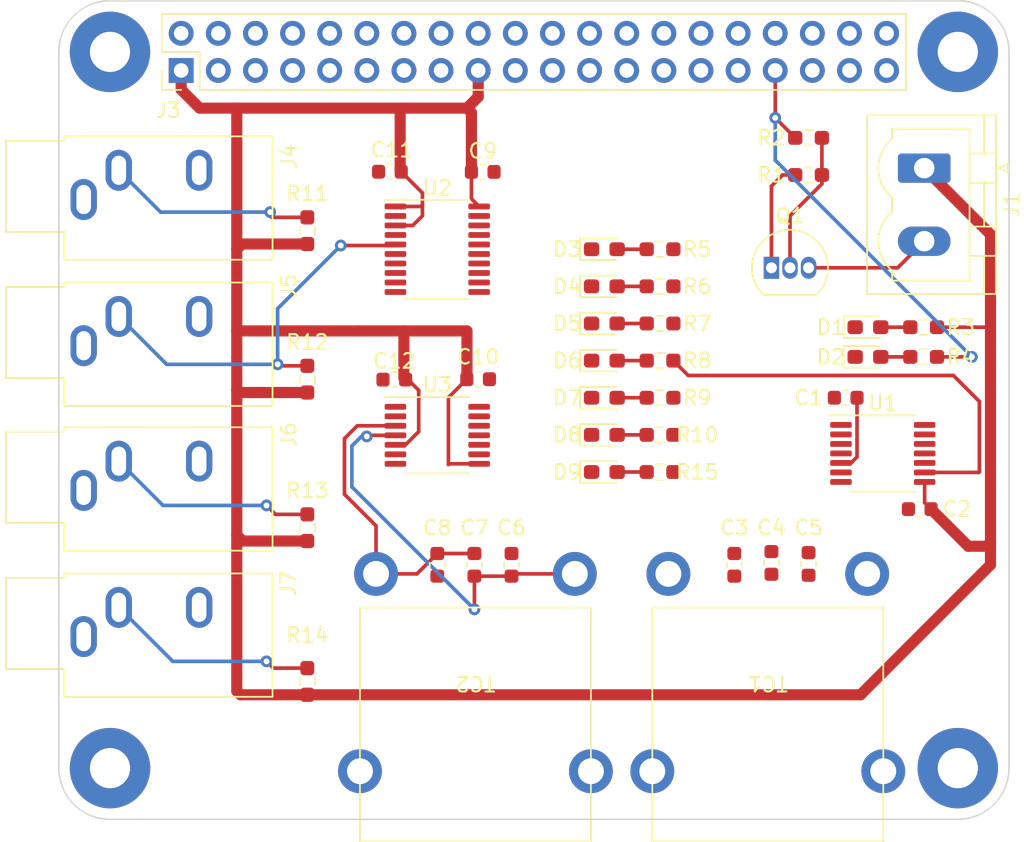
<source format=kicad_pcb>
(kicad_pcb (version 20211014) (generator pcbnew)
  (layers (0 "F.Cu" signal) (31 "B.Cu" signal) (34 "B.Paste" user) (35 "F.Paste" user) (36 "B.SilkS" user "B.Silkscreen") (37 "F.SilkS" user "F.Silkscreen") (38 "B.Mask" user) (39 "F.Mask" user) (44 "Edge.Cuts" user))
  (net 0 "")
  (net 1 "+3V3")
  (net 2 "GNDREF")
  (net 3 "Net-(C3-Pad2)")
  (net 4 "Net-(C4-Pad2)")
  (net 5 "Net-(C6-Pad2)")
  (net 6 "Net-(C7-Pad2)")
  (net 7 "Net-(J1-Pad2)")
  (net 8 "+5V")
  (net 15 "Net-(J3-Pad12)")
  (net 20 "Net-(J3-Pad19)")
  (net 21 "Net-(J3-Pad21)")
  (net 23 "Net-(J3-Pad23)")
  (net 24 "Net-(J3-Pad24)")
  (net 25 "Net-(J3-Pad26)")
  (net 31 "Net-(J3-Pad35)")
  (net 34 "Net-(J3-Pad38)")
  (net 35 "Net-(J3-Pad40)")
  (net 36 "Net-(J4-PadT)")
  (net 37 "Net-(J5-PadT)")
  (net 38 "Net-(J6-PadT)")
  (net 39 "Net-(J7-PadT)")
  (net 40 "Net-(Q1-Pad2)")
  (net 49 "Net-(C9-Pad2)")
  (net 50 "Net-(R3-Pad2)")
  (net 51 "Net-(R4-Pad2)")
  (net 52 "Net-(D3-Pad2)")
  (net 53 "Net-(D4-Pad2)")
  (net 54 "Net-(D5-Pad2)")
  (net 55 "Net-(D6-Pad2)")
  (net 56 "Net-(D7-Pad2)")
  (net 57 "Net-(D8-Pad2)")
  (net 58 "Net-(D9-Pad2)")
  (net 59 "Net-(J3-Pad33)")
  (footprint "LED_SMD:LED_0603_1608Metric_Pad1.05x0.95mm_HandSolder" (layer "F.Cu") (at 101.854 68.834)
    (fp_text reference "D1" (at -2.54 0) (layer "F.SilkS"))
    (fp_text value "LED" hide)
    (pad "1" smd roundrect (at -0.875 0) (size 1.05 0.95) (layers "F.Cu" "F.Paste" "F.Mask") (net 2 "GNDREF"))
    (pad "2" smd roundrect (at 0.875 0) (size 1.05 0.95) (layers "F.Cu" "F.Paste" "F.Mask") (net 50 "Net-(R3-Pad2)"))
  )
  (footprint "Capacitor_SMD:C_0603_1608Metric" (layer "F.Cu") (at 97.79 85.03 -90)
    (fp_text reference "C5" (at -2.48 0 180) (layer "F.SilkS"))
    (fp_text value "0.01u" hide)
    (pad "1" smd roundrect (at -0.775 0 270) (size 0.9 0.95) (layers "F.Cu" "F.Paste" "F.Mask") (net 4 "Net-(C4-Pad2)"))
    (pad "2" smd roundrect (at 0.775 0 270) (size 0.9 0.95) (layers "F.Cu" "F.Paste" "F.Mask") (net 2 "GNDREF"))
  )
  (footprint "Resistor_SMD:R_0603_1608Metric_Pad0.98x0.95mm_HandSolder" (layer "F.Cu") (at 63.5 72.39 90)
    (fp_text reference "R12" (at 2.54 0 180) (layer "F.SilkS"))
    (fp_text value "100K" hide)
    (pad "1" smd roundrect (at -0.9125 0 90) (size 0.975 0.95) (layers "F.Cu" "F.Paste" "F.Mask") (net 1 "+3V3"))
    (pad "2" smd roundrect (at 0.9125 0 90) (size 0.975 0.95) (layers "F.Cu" "F.Paste" "F.Mask") (net 37 "Net-(J5-PadT)"))
  )
  (footprint "Resistor_SMD:R_0603_1608Metric_Pad0.98x0.95mm_HandSolder" (layer "F.Cu") (at 63.5 93.0675 90)
    (fp_text reference "R14" (at 3.1675 0 180) (layer "F.SilkS"))
    (fp_text value "100K" hide)
    (pad "1" smd roundrect (at -0.9125 0 90) (size 0.975 0.95) (layers "F.Cu" "F.Paste" "F.Mask") (net 1 "+3V3"))
    (pad "2" smd roundrect (at 0.9125 0 90) (size 0.975 0.95) (layers "F.Cu" "F.Paste" "F.Mask") (net 39 "Net-(J7-PadT)"))
  )
  (footprint "LED_SMD:LED_0603_1608Metric_Pad1.05x0.95mm_HandSolder" (layer "F.Cu") (at 83.82 71.12)
    (fp_text reference "D6" (at -2.54 0) (layer "F.SilkS"))
    (fp_text value "LED" hide)
    (pad "1" smd roundrect (at -0.875 0) (size 1.05 0.95) (layers "F.Cu" "F.Paste" "F.Mask") (net 2 "GNDREF"))
    (pad "2" smd roundrect (at 0.875 0) (size 1.05 0.95) (layers "F.Cu" "F.Paste" "F.Mask") (net 55 "Net-(D6-Pad2)"))
  )
  (footprint "Resistor_SMD:R_0603_1608Metric_Pad0.98x0.95mm_HandSolder" (layer "F.Cu") (at 87.63 63.5)
    (fp_text reference "R5" (at 2.54 0) (layer "F.SilkS"))
    (fp_text value "500" hide)
    (pad "1" smd roundrect (at -0.9125 0) (size 0.975 0.95) (layers "F.Cu" "F.Paste" "F.Mask") (net 52 "Net-(D3-Pad2)"))
    (pad "2" smd roundrect (at 0.9125 0) (size 0.975 0.95) (layers "F.Cu" "F.Paste" "F.Mask") (net 15 "Net-(J3-Pad12)"))
  )
  (footprint "LED_SMD:LED_0603_1608Metric_Pad1.05x0.95mm_HandSolder" (layer "F.Cu") (at 83.82 66.04)
    (fp_text reference "D4" (at -2.54 0) (layer "F.SilkS"))
    (fp_text value "LED" hide)
    (pad "1" smd roundrect (at -0.875 0) (size 1.05 0.95) (layers "F.Cu" "F.Paste" "F.Mask") (net 2 "GNDREF"))
    (pad "2" smd roundrect (at 0.875 0) (size 1.05 0.95) (layers "F.Cu" "F.Paste" "F.Mask") (net 53 "Net-(D4-Pad2)"))
  )
  (footprint "Connector_Phoenix_MSTB:PhoenixContact_MSTBVA_2,5_2-G_1x02_P5.00mm_Vertical" (layer "F.Cu") (at 105.7035 57.952 -90)
    (fp_text reference "J1" (at 2.5 -6 90) (layer "F.SilkS"))
    (fp_text value "1935161")
    (pad "1" thru_hole roundrect (at 0 0 270) (size 2 3.6) (drill 1.4) (layers *.Cu *.Mask) (roundrect_rratio 0.125) (net 1 "+3V3"))
    (pad "2" thru_hole oval (at 5 0 270) (size 2 3.6) (drill 1.4) (layers *.Cu *.Mask) (net 7 "Net-(J1-Pad2)"))
  )
  (footprint "Capacitor_SMD:C_0603_1608Metric" (layer "F.Cu") (at 75.184 72.39)
    (fp_text reference "C10" (at 0 -1.524) (layer "F.SilkS"))
    (fp_text value "0.1u" hide)
    (pad "1" smd roundrect (at -0.775 0) (size 0.9 0.95) (layers "F.Cu" "F.Paste" "F.Mask") (net 1 "+3V3"))
    (pad "2" smd roundrect (at 0.775 0) (size 0.9 0.95) (layers "F.Cu" "F.Paste" "F.Mask") (net 2 "GNDREF"))
  )
  (footprint "Resistor_SMD:R_0603_1608Metric_Pad0.98x0.95mm_HandSolder" (layer "F.Cu") (at 97.79 55.88 180)
    (fp_text reference "R2" (at 2.54 0) (layer "F.SilkS"))
    (fp_text value "500" hide)
    (pad "1" smd roundrect (at -0.9125 0 180) (size 0.975 0.95) (layers "F.Cu" "F.Paste" "F.Mask") (net 40 "Net-(Q1-Pad2)"))
    (pad "2" smd roundrect (at 0.9125 0 180) (size 0.975 0.95) (layers "F.Cu" "F.Paste" "F.Mask") (net 59 "Net-(J3-Pad33)"))
  )
  (footprint "Library:thermocouple" (layer "F.Cu") (at 95 92.71 180)
    (fp_text reference "TC1" (at 0 -0.5 180 unlocked) (layer "F.SilkS"))
    (fp_text value "Thermocouple")
    (pad "1" thru_hole circle (at -6.8 7 180) (size 3 3) (drill 1.77) (layers *.Cu *.Mask) (net 3 "Net-(C3-Pad2)"))
    (pad "2" thru_hole circle (at 6.8 7 180) (size 3 3) (drill 1.77) (layers *.Cu *.Mask) (net 4 "Net-(C4-Pad2)"))
    (pad "3" thru_hole circle (at -7.9 -6.5 180) (size 3 3) (drill 1.77) (layers *.Cu *.Mask) (net 2 "GNDREF"))
    (pad "4" thru_hole circle (at 7.9 -6.5 180) (size 3 3) (drill 1.77) (layers *.Cu *.Mask) (net 2 "GNDREF"))
  )
  (footprint "Library:raspberry pi mounting hole" (layer "F.Cu") (at 108 50)
    (fp_text reference "REF**" hide)
    (fp_text value "raspberry pi mounting hole" hide)
    (pad "" thru_hole circle (at 0 0) (size 5.5 5.5) (drill 2.75) (layers *.Cu *.Mask))
  )
  (footprint "Resistor_SMD:R_0603_1608Metric_Pad0.98x0.95mm_HandSolder" (layer "F.Cu") (at 87.63 78.74 180)
    (fp_text reference "R15" (at -2.54 0) (layer "F.SilkS"))
    (fp_text value "500" hide)
    (pad "1" smd roundrect (at -0.9125 0 180) (size 0.975 0.95) (layers "F.Cu" "F.Paste" "F.Mask") (net 20 "Net-(J3-Pad19)"))
    (pad "2" smd roundrect (at 0.9125 0 180) (size 0.975 0.95) (layers "F.Cu" "F.Paste" "F.Mask") (net 58 "Net-(D9-Pad2)"))
  )
  (footprint "Capacitor_SMD:C_0603_1608Metric" (layer "F.Cu") (at 69.15 58.2 180)
    (fp_text reference "C11" (at -0.14058 1.5) (layer "F.SilkS"))
    (fp_text value "0.1u" hide)
    (pad "1" smd roundrect (at -0.775 0 180) (size 0.9 0.95) (layers "F.Cu" "F.Paste" "F.Mask") (net 1 "+3V3"))
    (pad "2" smd roundrect (at 0.775 0 180) (size 0.9 0.95) (layers "F.Cu" "F.Paste" "F.Mask") (net 2 "GNDREF"))
  )
  (footprint "Capacitor_SMD:C_0603_1608Metric" (layer "F.Cu") (at 75.5 58.21)
    (fp_text reference "C9" (at 0 -1.43) (layer "F.SilkS"))
    (fp_text value "0.1u" hide)
    (pad "1" smd roundrect (at -0.775 0) (size 0.9 0.95) (layers "F.Cu" "F.Paste" "F.Mask") (net 1 "+3V3"))
    (pad "2" smd roundrect (at 0.775 0) (size 0.9 0.95) (layers "F.Cu" "F.Paste" "F.Mask") (net 49 "Net-(C9-Pad2)"))
  )
  (footprint "Package_SO:TSSOP-14_4.4x5mm_P0.65mm" (layer "F.Cu") (at 102.87 77.47)
    (fp_text reference "U1" (at 0 -3.45) (layer "F.SilkS"))
    (fp_text value "MAX31856" hide)
    (pad "1" smd roundrect (at -2.8625 -1.95) (size 1.475 0.4) (layers "F.Cu" "F.Paste" "F.Mask") (net 2 "GNDREF"))
    (pad "2" smd roundrect (at -2.8625 -1.3) (size 1.475 0.4) (layers "F.Cu" "F.Paste" "F.Mask") (net 4 "Net-(C4-Pad2)"))
    (pad "3" smd roundrect (at -2.8625 -0.65) (size 1.475 0.4) (layers "F.Cu" "F.Paste" "F.Mask") (net 4 "Net-(C4-Pad2)"))
    (pad "4" smd roundrect (at -2.8625 0) (size 1.475 0.4) (layers "F.Cu" "F.Paste" "F.Mask") (net 3 "Net-(C3-Pad2)"))
    (pad "5" smd roundrect (at -2.8625 0.65) (size 1.475 0.4) (layers "F.Cu" "F.Paste" "F.Mask") (net 1 "+3V3"))
    (pad "6" smd roundrect (at -2.8625 1.3) (size 1.475 0.4) (layers "F.Cu" "F.Paste" "F.Mask"))
    (pad "7" smd roundrect (at -2.8625 1.95) (size 1.475 0.4) (layers "F.Cu" "F.Paste" "F.Mask"))
    (pad "8" smd roundrect (at 2.8625 1.95) (size 1.475 0.4) (layers "F.Cu" "F.Paste" "F.Mask") (net 1 "+3V3"))
    (pad "9" smd roundrect (at 2.8625 1.3) (size 1.475 0.4) (layers "F.Cu" "F.Paste" "F.Mask") (net 25 "Net-(J3-Pad26)"))
    (pad "10" smd roundrect (at 2.8625 0.65) (size 1.475 0.4) (layers "F.Cu" "F.Paste" "F.Mask") (net 23 "Net-(J3-Pad23)"))
    (pad "11" smd roundrect (at 2.8625 0) (size 1.475 0.4) (layers "F.Cu" "F.Paste" "F.Mask") (net 21 "Net-(J3-Pad21)"))
    (pad "12" smd roundrect (at 2.8625 -0.65) (size 1.475 0.4) (layers "F.Cu" "F.Paste" "F.Mask") (net 20 "Net-(J3-Pad19)"))
    (pad "13" smd roundrect (at 2.8625 -1.3) (size 1.475 0.4) (layers "F.Cu" "F.Paste" "F.Mask"))
    (pad "14" smd roundrect (at 2.8625 -1.95) (size 1.475 0.4) (layers "F.Cu" "F.Paste" "F.Mask") (net 2 "GNDREF"))
  )
  (footprint "Library:raspberry pi mounting hole" (layer "F.Cu") (at 50 99)
    (fp_text reference "REF**" hide)
    (fp_text value "raspberry pi mounting hole" hide)
    (pad "" thru_hole circle (at 0 0) (size 5.5 5.5) (drill 2.75) (layers *.Cu *.Mask))
  )
  (footprint "Connector_PinHeader_2.54mm:PinHeader_2x20_P2.54mm_Vertical" (layer "F.Cu") (at 54.87 51.27 90)
    (fp_text reference "J3" (at -2.73 -0.87) (layer "F.SilkS"))
    (fp_text value "Raspberry_Pi_2_3" hide)
    (pad "1" thru_hole rect (at 0 0 90) (size 1.7 1.7) (drill 1) (layers *.Cu *.Mask) (net 1 "+3V3"))
    (pad "2" thru_hole oval (at 2.54 0 90) (size 1.7 1.7) (drill 1) (layers *.Cu *.Mask) (net 8 "+5V"))
    (pad "3" thru_hole oval (at 0 2.54 90) (size 1.7 1.7) (drill 1) (layers *.Cu *.Mask))
    (pad "4" thru_hole oval (at 2.54 2.54 90) (size 1.7 1.7) (drill 1) (layers *.Cu *.Mask) (net 8 "+5V"))
    (pad "5" thru_hole oval (at 0 5.08 90) (size 1.7 1.7) (drill 1) (layers *.Cu *.Mask))
    (pad "6" thru_hole oval (at 2.54 5.08 90) (size 1.7 1.7) (drill 1) (layers *.Cu *.Mask) (net 2 "GNDREF"))
    (pad "7" thru_hole oval (at 0 7.62 90) (size 1.7 1.7) (drill 1) (layers *.Cu *.Mask))
    (pad "8" thru_hole oval (at 2.54 7.62 90) (size 1.7 1.7) (drill 1) (layers *.Cu *.Mask))
    (pad "9" thru_hole oval (at 0 10.16 90) (size 1.7 1.7) (drill 1) (layers *.Cu *.Mask) (net 2 "GNDREF"))
    (pad "10" thru_hole oval (at 2.54 10.16 90) (size 1.7 1.7) (drill 1) (layers *.Cu *.Mask))
    (pad "11" thru_hole oval (at 0 12.7 90) (size 1.7 1.7) (drill 1) (layers *.Cu *.Mask))
    (pad "12" thru_hole oval (at 2.54 12.7 90) (size 1.7 1.7) (drill 1) (layers *.Cu *.Mask) (net 15 "Net-(J3-Pad12)"))
    (pad "13" thru_hole oval (at 0 15.24 90) (size 1.7 1.7) (drill 1) (layers *.Cu *.Mask))
    (pad "14" thru_hole oval (at 2.54 15.24 90) (size 1.7 1.7) (drill 1) (layers *.Cu *.Mask) (net 2 "GNDREF"))
    (pad "15" thru_hole oval (at 0 17.78 90) (size 1.7 1.7) (drill 1) (layers *.Cu *.Mask))
    (pad "16" thru_hole oval (at 2.54 17.78 90) (size 1.7 1.7) (drill 1) (layers *.Cu *.Mask))
    (pad "17" thru_hole oval (at 0 20.32 90) (size 1.7 1.7) (drill 1) (layers *.Cu *.Mask) (net 1 "+3V3"))
    (pad "18" thru_hole oval (at 2.54 20.32 90) (size 1.7 1.7) (drill 1) (layers *.Cu *.Mask))
    (pad "19" thru_hole oval (at 0 22.86 90) (size 1.7 1.7) (drill 1) (layers *.Cu *.Mask) (net 20 "Net-(J3-Pad19)"))
    (pad "20" thru_hole oval (at 2.54 22.86 90) (size 1.7 1.7) (drill 1) (layers *.Cu *.Mask) (net 2 "GNDREF"))
    (pad "21" thru_hole oval (at 0 25.4 90) (size 1.7 1.7) (drill 1) (layers *.Cu *.Mask) (net 21 "Net-(J3-Pad21)"))
    (pad "22" thru_hole oval (at 2.54 25.4 90) (size 1.7 1.7) (drill 1) (layers *.Cu *.Mask))
    (pad "23" thru_hole oval (at 0 27.94 90) (size 1.7 1.7) (drill 1) (layers *.Cu *.Mask) (net 23 "Net-(J3-Pad23)"))
    (pad "24" thru_hole oval (at 2.54 27.94 90) (size 1.7 1.7) (drill 1) (layers *.Cu *.Mask) (net 24 "Net-(J3-Pad24)"))
    (pad "25" thru_hole oval (at 0 30.48 90) (size 1.7 1.7) (drill 1) (layers *.Cu *.Mask) (net 2 "GNDREF"))
    (pad "26" thru_hole oval (at 2.54 30.48 90) (size 1.7 1.7) (drill 1) (layers *.Cu *.Mask) (net 25 "Net-(J3-Pad26)"))
    (pad "27" thru_hole oval (at 0 33.02 90) (size 1.7 1.7) (drill 1) (layers *.Cu *.Mask))
    (pad "28" thru_hole oval (at 2.54 33.02 90) (size 1.7 1.7) (drill 1) (layers *.Cu *.Mask))
    (pad "29" thru_hole oval (at 0 35.56 90) (size 1.7 1.7) (drill 1) (layers *.Cu *.Mask))
    (pad "30" thru_hole oval (at 2.54 35.56 90) (size 1.7 1.7) (drill 1) (layers *.Cu *.Mask) (net 2 "GNDREF"))
    (pad "31" thru_hole oval (at 0 38.1 90) (size 1.7 1.7) (drill 1) (layers *.Cu *.Mask))
    (pad "32" thru_hole oval (at 2.54 38.1 90) (size 1.7 1.7) (drill 1) (layers *.Cu *.Mask))
    (pad "33" thru_hole oval (at 0 40.64 90) (size 1.7 1.7) (drill 1) (layers *.Cu *.Mask) (net 59 "Net-(J3-Pad33)"))
    (pad "34" thru_hole oval (at 2.54 40.64 90) (size 1.7 1.7) (drill 1) (layers *.Cu *.Mask) (net 2 "GNDREF"))
    (pad "35" thru_hole oval (at 0 43.18 90) (size 1.7 1.7) (drill 1) (layers *.Cu *.Mask) (net 31 "Net-(J3-Pad35)"))
    (pad "36" thru_hole oval (at 2.54 43.18 90) (size 1.7 1.7) (drill 1) (layers *.Cu *.Mask))
    (pad "37" thru_hole oval (at 0 45.72 90) (size 1.7 1.7) (drill 1) (layers *.Cu *.Mask))
    (pad "38" thru_hole oval (at 2.54 45.72 90) (size 1.7 1.7) (drill 1) (layers *.Cu *.Mask) (net 34 "Net-(J3-Pad38)"))
    (pad "39" thru_hole oval (at 0 48.26 90) (size 1.7 1.7) (drill 1) (layers *.Cu *.Mask) (net 2 "GNDREF"))
    (pad "40" thru_hole oval (at 2.54 48.26 90) (size 1.7 1.7) (drill 1) (layers *.Cu *.Mask) (net 35 "Net-(J3-Pad40)"))
  )
  (footprint "Capacitor_SMD:C_0603_1608Metric" (layer "F.Cu") (at 92.71 85.09 -90)
    (fp_text reference "C3" (at -2.54 0 180) (layer "F.SilkS"))
    (fp_text value "0.01u" hide)
    (pad "1" smd roundrect (at -0.775 0 270) (size 0.9 0.95) (layers "F.Cu" "F.Paste" "F.Mask") (net 2 "GNDREF"))
    (pad "2" smd roundrect (at 0.775 0 270) (size 0.9 0.95) (layers "F.Cu" "F.Paste" "F.Mask") (net 3 "Net-(C3-Pad2)"))
  )
  (footprint "Connector_Audio:Jack_3.5mm_CUI_SJ1-3533NG_Horizontal" (layer "F.Cu") (at 48.2 60.1 90)
    (fp_text reference "J4" (at 2.95 14.05 90) (layer "F.SilkS"))
    (fp_text value "SJ1-3533NG" hide)
    (pad "R" thru_hole oval (at 2 7.9 90) (size 2.8 1.8) (drill oval 2 1) (layers *.Cu *.Mask) (net 2 "GNDREF"))
    (pad "S" thru_hole oval (at 0 0 90) (size 2.8 1.8) (drill oval 2 1) (layers *.Cu *.Mask) (net 2 "GNDREF"))
    (pad "T" thru_hole oval (at 2 2.4 90) (size 2.8 1.8) (drill oval 2 1) (layers *.Cu *.Mask) (net 36 "Net-(J4-PadT)"))
  )
  (footprint "LED_SMD:LED_0603_1608Metric_Pad1.05x0.95mm_HandSolder" (layer "F.Cu") (at 83.82 78.74)
    (fp_text reference "D9" (at -2.54 0) (layer "F.SilkS"))
    (fp_text value "LED" hide)
    (pad "1" smd roundrect (at -0.875 0) (size 1.05 0.95) (layers "F.Cu" "F.Paste" "F.Mask") (net 2 "GNDREF"))
    (pad "2" smd roundrect (at 0.875 0) (size 1.05 0.95) (layers "F.Cu" "F.Paste" "F.Mask") (net 58 "Net-(D9-Pad2)"))
  )
  (footprint "Connector_Audio:Jack_3.5mm_CUI_SJ1-3533NG_Horizontal" (layer "F.Cu") (at 48.2 70.1 90)
    (fp_text reference "J5" (at 4.06 14.03 90) (layer "F.SilkS"))
    (fp_text value "SJ1-3533NG" hide)
    (pad "R" thru_hole oval (at 2 7.9 90) (size 2.8 1.8) (drill oval 2 1) (layers *.Cu *.Mask) (net 2 "GNDREF"))
    (pad "S" thru_hole oval (at 0 0 90) (size 2.8 1.8) (drill oval 2 1) (layers *.Cu *.Mask) (net 2 "GNDREF"))
    (pad "T" thru_hole oval (at 2 2.4 90) (size 2.8 1.8) (drill oval 2 1) (layers *.Cu *.Mask) (net 37 "Net-(J5-PadT)"))
  )
  (footprint "Library:raspberry pi mounting hole" (layer "F.Cu") (at 108 99)
    (fp_text reference "REF**" hide)
    (fp_text value "raspberry pi mounting hole" hide)
    (pad "" thru_hole circle (at 0 0) (size 5.5 5.5) (drill 2.75) (layers *.Cu *.Mask))
  )
  (footprint "Capacitor_SMD:C_0603_1608Metric" (layer "F.Cu") (at 72.39 85.09 -90)
    (fp_text reference "C8" (at -2.54 0 180) (layer "F.SilkS"))
    (fp_text value "0.01u" hide)
    (pad "1" smd roundrect (at -0.775 0 270) (size 0.9 0.95) (layers "F.Cu" "F.Paste" "F.Mask") (net 6 "Net-(C7-Pad2)"))
    (pad "2" smd roundrect (at 0.775 0 270) (size 0.9 0.95) (layers "F.Cu" "F.Paste" "F.Mask") (net 2 "GNDREF"))
  )
  (footprint "Resistor_SMD:R_0603_1608Metric_Pad0.98x0.95mm_HandSolder" (layer "F.Cu") (at 87.63 76.2 180)
    (fp_text reference "R10" (at -2.54 0) (layer "F.SilkS"))
    (fp_text value "500" hide)
    (pad "1" smd roundrect (at -0.9125 0 180) (size 0.975 0.95) (layers "F.Cu" "F.Paste" "F.Mask") (net 21 "Net-(J3-Pad21)"))
    (pad "2" smd roundrect (at 0.9125 0 180) (size 0.975 0.95) (layers "F.Cu" "F.Paste" "F.Mask") (net 57 "Net-(D8-Pad2)"))
  )
  (footprint "Resistor_SMD:R_0603_1608Metric_Pad0.98x0.95mm_HandSolder" (layer "F.Cu") (at 63.5 82.55 90)
    (fp_text reference "R13" (at 2.54 0 180) (layer "F.SilkS"))
    (fp_text value "100K" hide)
    (pad "1" smd roundrect (at -0.9125 0 90) (size 0.975 0.95) (layers "F.Cu" "F.Paste" "F.Mask") (net 1 "+3V3"))
    (pad "2" smd roundrect (at 0.9125 0 90) (size 0.975 0.95) (layers "F.Cu" "F.Paste" "F.Mask") (net 38 "Net-(J6-PadT)"))
  )
  (footprint "Capacitor_SMD:C_0603_1608Metric" (layer "F.Cu") (at 69.45 72.42 180)
    (fp_text reference "C12" (at 0 1.27) (layer "F.SilkS"))
    (fp_text value "0.1u" hide)
    (pad "1" smd roundrect (at -0.775 0 180) (size 0.9 0.95) (layers "F.Cu" "F.Paste" "F.Mask") (net 1 "+3V3"))
    (pad "2" smd roundrect (at 0.775 0 180) (size 0.9 0.95) (layers "F.Cu" "F.Paste" "F.Mask") (net 2 "GNDREF"))
  )
  (footprint "Resistor_SMD:R_0603_1608Metric_Pad0.98x0.95mm_HandSolder" (layer "F.Cu") (at 105.664 70.866 180)
    (fp_text reference "R4" (at -2.54 0) (layer "F.SilkS"))
    (fp_text value "500" hide)
    (pad "1" smd roundrect (at -0.9125 0 180) (size 0.975 0.95) (layers "F.Cu" "F.Paste" "F.Mask") (net 59 "Net-(J3-Pad33)"))
    (pad "2" smd roundrect (at 0.9125 0 180) (size 0.975 0.95) (layers "F.Cu" "F.Paste" "F.Mask") (net 51 "Net-(R4-Pad2)"))
  )
  (footprint "Capacitor_SMD:C_0603_1608Metric" (layer "F.Cu") (at 74.93 85.09 90)
    (fp_text reference "C7" (at 2.54 0) (layer "F.SilkS"))
    (fp_text value "0.1u" hide)
    (pad "1" smd roundrect (at -0.775 0 90) (size 0.9 0.95) (layers "F.Cu" "F.Paste" "F.Mask") (net 5 "Net-(C6-Pad2)"))
    (pad "2" smd roundrect (at 0.775 0 90) (size 0.9 0.95) (layers "F.Cu" "F.Paste" "F.Mask") (net 6 "Net-(C7-Pad2)"))
  )
  (footprint "Connector_Audio:Jack_3.5mm_CUI_SJ1-3533NG_Horizontal" (layer "F.Cu") (at 48.2 90 90)
    (fp_text reference "J7" (at 3.64 14 90) (layer "F.SilkS"))
    (fp_text value "SJ1-3533NG" hide)
    (pad "R" thru_hole oval (at 2 7.9 90) (size 2.8 1.8) (drill oval 2 1) (layers *.Cu *.Mask) (net 2 "GNDREF"))
    (pad "S" thru_hole oval (at 0 0 90) (size 2.8 1.8) (drill oval 2 1) (layers *.Cu *.Mask) (net 2 "GNDREF"))
    (pad "T" thru_hole oval (at 2 2.4 90) (size 2.8 1.8) (drill oval 2 1) (layers *.Cu *.Mask) (net 39 "Net-(J7-PadT)"))
  )
  (footprint "LED_SMD:LED_0603_1608Metric_Pad1.05x0.95mm_HandSolder" (layer "F.Cu") (at 101.854 70.866)
    (fp_text reference "D2" (at -2.54 0) (layer "F.SilkS"))
    (fp_text value "LED" hide)
    (pad "1" smd roundrect (at -0.875 0) (size 1.05 0.95) (layers "F.Cu" "F.Paste" "F.Mask") (net 2 "GNDREF"))
    (pad "2" smd roundrect (at 0.875 0) (size 1.05 0.95) (layers "F.Cu" "F.Paste" "F.Mask") (net 51 "Net-(R4-Pad2)"))
  )
  (footprint "Resistor_SMD:R_0603_1608Metric_Pad0.98x0.95mm_HandSolder" (layer "F.Cu") (at 105.664 68.834 180)
    (fp_text reference "R3" (at -2.54 0) (layer "F.SilkS"))
    (fp_text value "500" hide)
    (pad "1" smd roundrect (at -0.9125 0 180) (size 0.975 0.95) (layers "F.Cu" "F.Paste" "F.Mask") (net 1 "+3V3"))
    (pad "2" smd roundrect (at 0.9125 0 180) (size 0.975 0.95) (layers "F.Cu" "F.Paste" "F.Mask") (net 50 "Net-(R3-Pad2)"))
  )
  (footprint "Resistor_SMD:R_0603_1608Metric_Pad0.98x0.95mm_HandSolder" (layer "F.Cu") (at 87.63 73.66 180)
    (fp_text reference "R9" (at -2.54 0) (layer "F.SilkS"))
    (fp_text value "500" hide)
    (pad "1" smd roundrect (at -0.9125 0 180) (size 0.975 0.95) (layers "F.Cu" "F.Paste" "F.Mask") (net 24 "Net-(J3-Pad24)"))
    (pad "2" smd roundrect (at 0.9125 0 180) (size 0.975 0.95) (layers "F.Cu" "F.Paste" "F.Mask") (net 56 "Net-(D7-Pad2)"))
  )
  (footprint "Resistor_SMD:R_0603_1608Metric_Pad0.98x0.95mm_HandSolder" (layer "F.Cu") (at 87.63 68.58)
    (fp_text reference "R7" (at 2.54 0) (layer "F.SilkS"))
    (fp_text value "500" hide)
    (pad "1" smd roundrect (at -0.9125 0) (size 0.975 0.95) (layers "F.Cu" "F.Paste" "F.Mask") (net 54 "Net-(D5-Pad2)"))
    (pad "2" smd roundrect (at 0.9125 0) (size 0.975 0.95) (layers "F.Cu" "F.Paste" "F.Mask") (net 31 "Net-(J3-Pad35)"))
  )
  (footprint "Library:thermocouple" (layer "F.Cu") (at 75 92.71 180)
    (fp_text reference "TC2" (at 0 -0.5 180 unlocked) (layer "F.SilkS"))
    (fp_text value "Thermocouple")
    (pad "1" thru_hole circle (at -6.8 7 180) (size 3 3) (drill 1.77) (layers *.Cu *.Mask) (net 5 "Net-(C6-Pad2)"))
    (pad "2" thru_hole circle (at 6.8 7 180) (size 3 3) (drill 1.77) (layers *.Cu *.Mask) (net 6 "Net-(C7-Pad2)"))
    (pad "3" thru_hole circle (at -7.9 -6.5 180) (size 3 3) (drill 1.77) (layers *.Cu *.Mask) (net 2 "GNDREF"))
    (pad "4" thru_hole circle (at 7.9 -6.5 180) (size 3 3) (drill 1.77) (layers *.Cu *.Mask) (net 2 "GNDREF"))
  )
  (footprint "Library:raspberry pi mounting hole" (layer "F.Cu") (at 50 50)
    (fp_text reference "REF**" hide)
    (fp_text value "raspberry pi mounting hole" hide)
    (pad "" thru_hole circle (at 0 0) (size 5.5 5.5) (drill 2.75) (layers *.Cu *.Mask))
  )
  (footprint "Resistor_SMD:R_0603_1608Metric_Pad0.98x0.95mm_HandSolder" (layer "F.Cu") (at 63.5 62.23 90)
    (fp_text reference "R11" (at 2.54 0 180) (layer "F.SilkS"))
    (fp_text value "100K" hide)
    (pad "1" smd roundrect (at -0.9125 0 90) (size 0.975 0.95) (layers "F.Cu" "F.Paste" "F.Mask") (net 1 "+3V3"))
    (pad "2" smd roundrect (at 0.9125 0 90) (size 0.975 0.95) (layers "F.Cu" "F.Paste" "F.Mask") (net 36 "Net-(J4-PadT)"))
  )
  (footprint "LED_SMD:LED_0603_1608Metric_Pad1.05x0.95mm_HandSolder" (layer "F.Cu") (at 83.82 73.66)
    (fp_text reference "D7" (at -2.54 0) (layer "F.SilkS"))
    (fp_text value "LED" hide)
    (pad "1" smd roundrect (at -0.875 0) (size 1.05 0.95) (layers "F.Cu" "F.Paste" "F.Mask") (net 2 "GNDREF"))
    (pad "2" smd roundrect (at 0.875 0) (size 1.05 0.95) (layers "F.Cu" "F.Paste" "F.Mask") (net 56 "Net-(D7-Pad2)"))
  )
  (footprint "Package_SO:TSSOP-20_4.4x6.5mm_P0.65mm" (layer "F.Cu") (at 72.39 63.5)
    (fp_text reference "U2" (at 0 -4.2) (layer "F.SilkS"))
    (fp_text value "MCP3564RT")
    (pad "1" smd roundrect (at -2.8625 -2.925) (size 1.475 0.4) (layers "F.Cu" "F.Paste" "F.Mask") (net 1 "+3V3"))
    (pad "2" smd roundrect (at -2.8625 -2.275) (size 1.475 0.4) (layers "F.Cu" "F.Paste" "F.Mask") (net 2 "GNDREF"))
    (pad "3" smd roundrect (at -2.8625 -1.625) (size 1.475 0.4) (layers "F.Cu" "F.Paste" "F.Mask") (net 1 "+3V3"))
    (pad "4" smd roundrect (at -2.8625 -0.975) (size 1.475 0.4) (layers "F.Cu" "F.Paste" "F.Mask") (net 2 "GNDREF"))
    (pad "5" smd roundrect (at -2.8625 -0.325) (size 1.475 0.4) (layers "F.Cu" "F.Paste" "F.Mask") (net 37 "Net-(J5-PadT)"))
    (pad "6" smd roundrect (at -2.8625 0.325) (size 1.475 0.4) (layers "F.Cu" "F.Paste" "F.Mask") (net 2 "GNDREF"))
    (pad "7" smd roundrect (at -2.8625 0.975) (size 1.475 0.4) (layers "F.Cu" "F.Paste" "F.Mask") (net 38 "Net-(J6-PadT)"))
    (pad "8" smd roundrect (at -2.8625 1.625) (size 1.475 0.4) (layers "F.Cu" "F.Paste" "F.Mask") (net 2 "GNDREF"))
    (pad "9" smd roundrect (at -2.8625 2.275) (size 1.475 0.4) (layers "F.Cu" "F.Paste" "F.Mask") (net 39 "Net-(J7-PadT)"))
    (pad "10" smd roundrect (at -2.8625 2.925) (size 1.475 0.4) (layers "F.Cu" "F.Paste" "F.Mask") (net 2 "GNDREF"))
    (pad "11" smd roundrect (at 2.8625 2.925) (size 1.475 0.4) (layers "F.Cu" "F.Paste" "F.Mask") (net 36 "Net-(J4-PadT)"))
    (pad "12" smd roundrect (at 2.8625 2.275) (size 1.475 0.4) (layers "F.Cu" "F.Paste" "F.Mask") (net 2 "GNDREF"))
    (pad "13" smd roundrect (at 2.8625 1.625) (size 1.475 0.4) (layers "F.Cu" "F.Paste" "F.Mask") (net 15 "Net-(J3-Pad12)"))
    (pad "14" smd roundrect (at 2.8625 0.975) (size 1.475 0.4) (layers "F.Cu" "F.Paste" "F.Mask") (net 35 "Net-(J3-Pad40)"))
    (pad "15" smd roundrect (at 2.8625 0.325) (size 1.475 0.4) (layers "F.Cu" "F.Paste" "F.Mask") (net 34 "Net-(J3-Pad38)"))
    (pad "16" smd roundrect (at 2.8625 -0.325) (size 1.475 0.4) (layers "F.Cu" "F.Paste" "F.Mask") (net 31 "Net-(J3-Pad35)"))
    (pad "17" smd roundrect (at 2.8625 -0.975) (size 1.475 0.4) (layers "F.Cu" "F.Paste" "F.Mask"))
    (pad "18" smd roundrect (at 2.8625 -1.625) (size 1.475 0.4) (layers "F.Cu" "F.Paste" "F.Mask"))
    (pad "19" smd roundrect (at 2.8625 -2.275) (size 1.475 0.4) (layers "F.Cu" "F.Paste" "F.Mask") (net 49 "Net-(C9-Pad2)"))
    (pad "20" smd roundrect (at 2.8625 -2.925) (size 1.475 0.4) (layers "F.Cu" "F.Paste" "F.Mask") (net 1 "+3V3"))
  )
  (footprint "Package_SO:TSSOP-14_4.4x5mm_P0.65mm" (layer "F.Cu") (at 72.39 76.23)
    (fp_text reference "U3" (at 0 -3.45) (layer "F.SilkS"))
    (fp_text value "MAX31856")
    (pad "1" smd roundrect (at -2.8625 -1.95) (size 1.475 0.4) (layers "F.Cu" "F.Paste" "F.Mask") (net 2 "GNDREF"))
    (pad "2" smd roundrect (at -2.8625 -1.3) (size 1.475 0.4) (layers "F.Cu" "F.Paste" "F.Mask") (net 6 "Net-(C7-Pad2)"))
    (pad "3" smd roundrect (at -2.8625 -0.65) (size 1.475 0.4) (layers "F.Cu" "F.Paste" "F.Mask") (net 6 "Net-(C7-Pad2)"))
    (pad "4" smd roundrect (at -2.8625 0) (size 1.475 0.4) (layers "F.Cu" "F.Paste" "F.Mask") (net 5 "Net-(C6-Pad2)"))
    (pad "5" smd roundrect (at -2.8625 0.65) (size 1.475 0.4) (layers "F.Cu" "F.Paste" "F.Mask") (net 1 "+3V3"))
    (pad "6" smd roundrect (at -2.8625 1.3) (size 1.475 0.4) (layers "F.Cu" "F.Paste" "F.Mask"))
    (pad "7" smd roundrect (at -2.8625 1.95) (size 1.475 0.4) (layers "F.Cu" "F.Paste" "F.Mask"))
    (pad "8" smd roundrect (at 2.8625 1.95) (size 1.475 0.4) (layers "F.Cu" "F.Paste" "F.Mask") (net 1 "+3V3"))
    (pad "9" smd roundrect (at 2.8625 1.3) (size 1.475 0.4) (layers "F.Cu" "F.Paste" "F.Mask") (net 24 "Net-(J3-Pad24)"))
    (pad "10" smd roundrect (at 2.8625 0.65) (size 1.475 0.4) (layers "F.Cu" "F.Paste" "F.Mask") (net 23 "Net-(J3-Pad23)"))
    (pad "11" smd roundrect (at 2.8625 0) (size 1.475 0.4) (layers "F.Cu" "F.Paste" "F.Mask") (net 21 "Net-(J3-Pad21)"))
    (pad "12" smd roundrect (at 2.8625 -0.65) (size 1.475 0.4) (layers "F.Cu" "F.Paste" "F.Mask") (net 20 "Net-(J3-Pad19)"))
    (pad "13" smd roundrect (at 2.8625 -1.3) (size 1.475 0.4) (layers "F.Cu" "F.Paste" "F.Mask"))
    (pad "14" smd roundrect (at 2.8625 -1.95) (size 1.475 0.4) (layers "F.Cu" "F.Paste" "F.Mask") (net 2 "GNDREF"))
  )
  (footprint "Package_TO_SOT_THT:TO-92_Inline" (layer "F.Cu") (at 95.25 64.77)
    (fp_text reference "Q1" (at 1.27 -3.56) (layer "F.SilkS"))
    (fp_text value "2N3904BU" hide)
    (pad "1" thru_hole rect (at 0 0) (size 1.05 1.5) (drill 0.75) (layers *.Cu *.Mask) (net 2 "GNDREF"))
    (pad "2" thru_hole oval (at 1.27 0) (size 1.05 1.5) (drill 0.75) (layers *.Cu *.Mask) (net 40 "Net-(Q1-Pad2)"))
    (pad "3" thru_hole oval (at 2.54 0) (size 1.05 1.5) (drill 0.75) (layers *.Cu *.Mask) (net 7 "Net-(J1-Pad2)"))
  )
  (footprint "Capacitor_SMD:C_0603_1608Metric" (layer "F.Cu") (at 100.33 73.66 180)
    (fp_text reference "C1" (at 2.54 0) (layer "F.SilkS"))
    (fp_text value "0.1u" hide)
    (pad "1" smd roundrect (at -0.775 0 180) (size 0.9 0.95) (layers "F.Cu" "F.Paste" "F.Mask") (net 1 "+3V3"))
    (pad "2" smd roundrect (at 0.775 0 180) (size 0.9 0.95) (layers "F.Cu" "F.Paste" "F.Mask") (net 2 "GNDREF"))
  )
  (footprint "Capacitor_SMD:C_0603_1608Metric" (layer "F.Cu") (at 77.47 85.09 -90)
    (fp_text reference "C6" (at -2.54 0 180) (layer "F.SilkS"))
    (fp_text value "0.01u" hide)
    (pad "1" smd roundrect (at -0.775 0 270) (size 0.9 0.95) (layers "F.Cu" "F.Paste" "F.Mask") (net 2 "GNDREF"))
    (pad "2" smd roundrect (at 0.775 0 270) (size 0.9 0.95) (layers "F.Cu" "F.Paste" "F.Mask") (net 5 "Net-(C6-Pad2)"))
  )
  (footprint "LED_SMD:LED_0603_1608Metric_Pad1.05x0.95mm_HandSolder" (layer "F.Cu") (at 83.82 76.2)
    (fp_text reference "D8" (at -2.54 0) (layer "F.SilkS"))
    (fp_text value "LED" hide)
    (pad "1" smd roundrect (at -0.875 0) (size 1.05 0.95) (layers "F.Cu" "F.Paste" "F.Mask") (net 2 "GNDREF"))
    (pad "2" smd roundrect (at 0.875 0) (size 1.05 0.95) (layers "F.Cu" "F.Paste" "F.Mask") (net 57 "Net-(D8-Pad2)"))
  )
  (footprint "Connector_Audio:Jack_3.5mm_CUI_SJ1-3533NG_Horizontal" (layer "F.Cu") (at 48.2 80 90)
    (fp_text reference "J6" (at 3.8 14.03 90) (layer "F.SilkS"))
    (fp_text value "SJ1-3533NG" hide)
    (pad "R" thru_hole oval (at 2 7.9 90) (size 2.8 1.8) (drill oval 2 1) (layers *.Cu *.Mask) (net 2 "GNDREF"))
    (pad "S" thru_hole oval (at 0 0 90) (size 2.8 1.8) (drill oval 2 1) (layers *.Cu *.Mask) (net 2 "GNDREF"))
    (pad "T" thru_hole oval (at 2 2.4 90) (size 2.8 1.8) (drill oval 2 1) (layers *.Cu *.Mask) (net 38 "Net-(J6-PadT)"))
  )
  (footprint "Capacitor_SMD:C_0603_1608Metric" (layer "F.Cu") (at 105.397 81.28 180)
    (fp_text reference "C2" (at -2.54 0) (layer "F.SilkS"))
    (fp_text value "0.1u" hide)
    (pad "1" smd roundrect (at -0.775 0 180) (size 0.9 0.95) (layers "F.Cu" "F.Paste" "F.Mask") (net 1 "+3V3"))
    (pad "2" smd roundrect (at 0.775 0 180) (size 0.9 0.95) (layers "F.Cu" "F.Paste" "F.Mask") (net 2 "GNDREF"))
  )
  (footprint "Capacitor_SMD:C_0603_1608Metric" (layer "F.Cu") (at 95.25 84.96 90)
    (fp_text reference "C4" (at 2.41 0 180) (layer "F.SilkS"))
    (fp_text value "0.1u" hide)
    (pad "1" smd roundrect (at -0.775 0 90) (size 0.9 0.95) (layers "F.Cu" "F.Paste" "F.Mask") (net 3 "Net-(C3-Pad2)"))
    (pad "2" smd roundrect (at 0.775 0 90) (size 0.9 0.95) (layers "F.Cu" "F.Paste" "F.Mask") (net 4 "Net-(C4-Pad2)"))
  )
  (footprint "Resistor_SMD:R_0603_1608Metric_Pad0.98x0.95mm_HandSolder" (layer "F.Cu") (at 97.79 58.42 180)
    (fp_text reference "R1" (at 2.54 0) (layer "F.SilkS"))
    (fp_text value "500" hide)
    (pad "1" smd roundrect (at -0.9125 0 180) (size 0.975 0.95) (layers "F.Cu" "F.Paste" "F.Mask") (net 40 "Net-(Q1-Pad2)"))
    (pad "2" smd roundrect (at 0.9125 0 180) (size 0.975 0.95) (layers "F.Cu" "F.Paste" "F.Mask") (net 2 "GNDREF"))
  )
  (footprint "LED_SMD:LED_0603_1608Metric_Pad1.05x0.95mm_HandSolder" (layer "F.Cu") (at 83.82 68.58)
    (fp_text reference "D5" (at -2.54 0) (layer "F.SilkS"))
    (fp_text value "LED" hide)
    (pad "1" smd roundrect (at -0.875 0) (size 1.05 0.95) (layers "F.Cu" "F.Paste" "F.Mask") (net 2 "GNDREF"))
    (pad "2" smd roundrect (at 0.875 0) (size 1.05 0.95) (layers "F.Cu" "F.Paste" "F.Mask") (net 54 "Net-(D5-Pad2)"))
  )
  (footprint "Resistor_SMD:R_0603_1608Metric_Pad0.98x0.95mm_HandSolder" (layer "F.Cu") (at 87.63 66.04)
    (fp_text reference "R6" (at 2.54 0) (layer "F.SilkS"))
    (fp_text value "500" hide)
    (pad "1" smd roundrect (at -0.9125 0) (size 0.975 0.95) (layers "F.Cu" "F.Paste" "F.Mask") (net 53 "Net-(D4-Pad2)"))
    (pad "2" smd roundrect (at 0.9125 0) (size 0.975 0.95) (layers "F.Cu" "F.Paste" "F.Mask") (net 34 "Net-(J3-Pad38)"))
  )
  (footprint "LED_SMD:LED_0603_1608Metric_Pad1.05x0.95mm_HandSolder" (layer "F.Cu") (at 83.82 63.5)
    (fp_text reference "D3" (at -2.54 0) (layer "F.SilkS"))
    (fp_text value "LED" hide)
    (pad "1" smd roundrect (at -0.875 0) (size 1.05 0.95) (layers "F.Cu" "F.Paste" "F.Mask") (net 2 "GNDREF"))
    (pad "2" smd roundrect (at 0.875 0) (size 1.05 0.95) (layers "F.Cu" "F.Paste" "F.Mask") (net 52 "Net-(D3-Pad2)"))
  )
  (footprint "Resistor_SMD:R_0603_1608Metric_Pad0.98x0.95mm_HandSolder" (layer "F.Cu") (at 87.63 71.12 180)
    (fp_text reference "R8" (at -2.54 0) (layer "F.SilkS"))
    (fp_text value "500" hide)
    (pad "1" smd roundrect (at -0.9125 0 180) (size 0.975 0.95) (layers "F.Cu" "F.Paste" "F.Mask") (net 25 "Net-(J3-Pad26)"))
    (pad "2" smd roundrect (at 0.9125 0 180) (size 0.975 0.95) (layers "F.Cu" "F.Paste" "F.Mask") (net 55 "Net-(D6-Pad2)"))
  )
  (gr_line (start 50 46.5) (end 108 46.5) (layer "Edge.Cuts") (width 0.1))
  (gr_arc (start 108 46.5) (mid 110.474874 47.525126) (end 111.5 50) (layer "Edge.Cuts") (width 0.1))
  (gr_line (start 108 102.5) (end 50 102.5) (layer "Edge.Cuts") (width 0.1))
  (gr_line (start 46.5 50) (end 46.5 99) (layer "Edge.Cuts") (width 0.1))
  (gr_arc (start 111.5 99) (mid 110.474874 101.474874) (end 108 102.5) (layer "Edge.Cuts") (width 0.1))
  (gr_line (start 111.5 50) (end 111.5 99) (layer "Edge.Cuts") (width 0.1))
  (gr_arc (start 46.5 50) (mid 47.525126 47.525126) (end 50 46.5) (layer "Edge.Cuts") (width 0.1))
  (gr_arc (start 50 102.5) (mid 47.525126 101.474874) (end 46.5 99) (layer "Edge.Cuts") (width 0.1))
  (segment (start 106.172 81.28) (end 108.712 83.82) (width 0.762) (layer "F.Cu") (net 1))
  (segment (start 63.5 83.4625) (end 59.0785 83.4625) (width 0.762) (layer "F.Cu") (net 1))
  (segment (start 74.725 58.21) (end 74.725 54.151) (width 0.762) (layer "F.Cu") (net 1))
  (segment (start 71.374 61.214) (end 71.374 60.452) (width 0.25) (layer "F.Cu") (net 1))
  (segment (start 100.695361 78.12) (end 101.105 77.710361) (width 0.25) (layer "F.Cu") (net 1))
  (segment (start 63.5 73.3025) (end 58.8245 73.3025) (width 0.762) (layer "F.Cu") (net 1))
  (segment (start 58.928 93.98) (end 63.5 93.98) (width 0.762) (layer "F.Cu") (net 1))
  (segment (start 105.7325 80.8405) (end 106.172 81.28) (width 0.25) (layer "F.Cu") (net 1))
  (segment (start 70.388 72.42) (end 71.12 73.152) (width 0.25) (layer "F.Cu") (net 1))
  (segment (start 70.225 72.42) (end 70.388 72.42) (width 0.25) (layer "F.Cu") (net 1))
  (segment (start 69.5275 61.875) (end 70.713 61.875) (width 0.25) (layer "F.Cu") (net 1))
  (segment (start 58.674 83.058) (end 58.674 93.726) (width 0.762) (layer "F.Cu") (net 1))
  (segment (start 110.236 62.484) (end 105.704 57.952) (width 0.762) (layer "F.Cu") (net 1))
  (segment (start 71.251 60.575) (end 71.374 60.452) (width 0.25) (layer "F.Cu") (net 1))
  (segment (start 73.204 78.18) (end 73.152 78.232) (width 0.25) (layer "F.Cu") (net 1))
  (segment (start 58.674 53.848) (end 56.134 53.848) (width 0.762) (layer "F.Cu") (net 1))
  (segment (start 110.236 68.834) (end 110.236 68.326) (width 0.762) (layer "F.Cu") (net 1))
  (segment (start 58.674 69.088) (end 58.674 70.866) (width 0.762) (layer "F.Cu") (net 1))
  (segment (start 69.5275 60.575) (end 71.251 60.575) (width 0.25) (layer "F.Cu") (net 1))
  (segment (start 74.422 69.088) (end 74.422 72.377) (width 0.762) (layer "F.Cu") (net 1))
  (segment (start 74.725 54.151) (end 74.422 53.848) (width 0.762) (layer "F.Cu") (net 1))
  (segment (start 58.8245 73.3025) (end 58.674 73.152) (width 0.762) (layer "F.Cu") (net 1))
  (segment (start 58.674 93.726) (end 58.928 93.98) (width 0.762) (layer "F.Cu") (net 1))
  (segment (start 58.674 69.088) (end 66.957177 69.088) (width 0.762) (layer "F.Cu") (net 1))
  (segment (start 105.7325 79.42) (end 105.7325 80.8405) (width 0.25) (layer "F.Cu") (net 1))
  (segment (start 75.2525 60.575) (end 74.725 60.0475) (width 0.25) (layer "F.Cu") (net 1))
  (segment (start 109.982 83.82) (end 110.236 83.566) (width 0.762) (layer "F.Cu") (net 1))
  (segment (start 70.104 69.088) (end 70.104 72.299) (width 0.762) (layer "F.Cu") (net 1))
  (segment (start 70.225 72.355823) (end 70.225 72.42) (width 0.762) (layer "F.Cu") (net 1))
  (segment (start 66.957177 69.088) (end 70.104 69.088) (width 0.762) (layer "F.Cu") (net 1))
  (segment (start 59.0785 83.4625) (end 58.674 83.058) (width 0.762) (layer "F.Cu") (net 1))
  (segment (start 71.12 75.975361) (end 70.215361 76.88) (width 0.25) (layer "F.Cu") (net 1))
  (segment (start 63.5 63.1425) (end 59.0315 63.1425) (width 0.762) (layer "F.Cu") (net 1))
  (segment (start 73.152 73.647) (end 74.409 72.39) (width 0.25) (layer "F.Cu") (net 1))
  (segment (start 108.712 83.82) (end 109.982 83.82) (width 0.762) (layer "F.Cu") (net 1))
  (segment (start 105.704 57.952) (end 105.7035 57.952) (width 0.762) (layer "F.Cu") (net 1))
  (segment (start 74.422 72.377) (end 74.409 72.39) (width 0.762) (layer "F.Cu") (net 1))
  (segment (start 70.713 61.875) (end 71.374 61.214) (width 0.25) (layer "F.Cu") (net 1))
  (segment (start 58.674 81.026) (end 58.674 83.058) (width 0.762) (layer "F.Cu") (net 1))
  (segment (start 75.2525 78.18) (end 73.204 78.18) (width 0.25) (layer "F.Cu") (net 1))
  (segment (start 74.725 60.0475) (end 74.725 58.21) (width 0.25) (layer "F.Cu") (net 1))
  (segment (start 100.0075 78.12) (end 100.695361 78.12) (width 0.25) (layer "F.Cu") (net 1))
  (segment (start 71.374 59.649) (end 69.925 58.2) (width 0.25) (layer "F.Cu") (net 1))
  (segment (start 54.87 52.584) (end 54.87 51.27) (width 0.762) (layer "F.Cu") (net 1))
  (segment (start 69.85 53.848) (end 58.674 53.848) (width 0.762) (layer "F.Cu") (net 1))
  (segment (start 58.674 60.96) (end 58.674 63.5) (width 0.762) (layer "F.Cu") (net 1))
  (segment (start 110.236 68.326) (end 110.236 62.484) (width 0.762) (layer "F.Cu") (net 1))
  (segment (start 70.104 72.299) (end 70.225 72.42) (width 0.762) (layer "F.Cu") (net 1))
  (segment (start 69.85 53.848) (end 69.85 58.125) (width 0.762) (layer "F.Cu") (net 1))
  (segment (start 70.215361 76.88) (end 69.5275 76.88) (width 0.25) (layer "F.Cu") (net 1))
  (segment (start 58.674 63.5) (end 58.674 69.088) (width 0.762) (layer "F.Cu") (net 1))
  (segment (start 101.105 77.710361) (end 101.105 73.66) (width 0.25) (layer "F.Cu") (net 1))
  (segment (start 110.236 83.566) (end 110.236 68.834) (width 0.762) (layer "F.Cu") (net 1))
  (segment (start 106.5765 68.834) (end 110.236 68.834) (width 0.25) (layer "F.Cu") (net 1))
  (segment (start 101.346 93.98) (end 63.5 93.98) (width 0.762) (layer "F.Cu") (net 1))
  (segment (start 75.19 53.08) (end 74.422 53.848) (width 0.762) (layer "F.Cu") (net 1))
  (segment (start 58.674 70.866) (end 58.674 73.152) (width 0.762) (layer "F.Cu") (net 1))
  (segment (start 75.19 51.27) (end 75.19 53.08) (width 0.762) (layer "F.Cu") (net 1))
  (segment (start 71.374 60.452) (end 71.374 59.649) (width 0.25) (layer "F.Cu") (net 1))
  (segment (start 56.134 53.848) (end 54.87 52.584) (width 0.762) (layer "F.Cu") (net 1))
  (segment (start 58.674 73.152) (end 58.674 81.026) (width 0.762) (layer "F.Cu") (net 1))
  (segment (start 108.712 86.614) (end 110.236 85.09) (width 0.762) (layer "F.Cu") (net 1))
  (segment (start 70.104 69.088) (end 74.422 69.088) (width 0.762) (layer "F.Cu") (net 1))
  (segment (start 110.236 85.09) (end 110.236 83.566) (width 0.762) (layer "F.Cu") (net 1))
  (segment (start 59.0315 63.1425) (end 58.674 63.5) (width 0.762) (layer "F.Cu") (net 1))
  (segment (start 73.152 78.232) (end 73.152 73.647) (width 0.25) (layer "F.Cu") (net 1))
  (segment (start 58.674 53.848) (end 58.674 60.96) (width 0.762) (layer "F.Cu") (net 1))
  (segment (start 74.422 53.848) (end 69.85 53.848) (width 0.762) (layer "F.Cu") (net 1))
  (segment (start 108.712 86.614) (end 101.346 93.98) (width 0.762) (layer "F.Cu") (net 1))
  (segment (start 71.12 73.152) (end 71.12 75.975361) (width 0.25) (layer "F.Cu") (net 1))
  (segment (start 69.85 58.125) (end 69.925 58.2) (width 0.762) (layer "F.Cu") (net 1))
  (segment (start 95.25 59.182) (end 95.25 64.77) (width 0.25) (layer "F.Cu") (net 2))
  (segment (start 96.8775 58.42) (end 96.012 58.42) (width 0.25) (layer "F.Cu") (net 2))
  (segment (start 77.47 84.315) (end 77.47 84.215) (width 0.25) (layer "F.Cu") (net 2))
  (segment (start 96.012 58.42) (end 95.25 59.182) (width 0.25) (layer "F.Cu") (net 2))
  (segment (start 74.93 85.865) (end 74.93 88.138) (width 0.25) (layer "F.Cu") (net 5))
  (segment (start 77.625 85.71) (end 77.47 85.865) (width 0.25) (layer "F.Cu") (net 5))
  (segment (start 74.93 85.865) (end 77.47 85.865) (width 0.25) (layer "F.Cu") (net 5))
  (segment (start 69.5275 76.23) (end 67.6385 76.23) (width 0.25) (layer "F.Cu") (net 5))
  (segment (start 67.6385 76.23) (end 67.564 76.3045) (width 0.25) (layer "F.Cu") (net 5))
  (segment (start 81.8 85.71) (end 77.625 85.71) (width 0.25) (layer "F.Cu") (net 5))
  (via (at 74.93 88.138) (size 0.8) (drill 0.4) (layers "F.Cu" "B.Cu") (net 5))
  (via (at 67.564 76.3045) (size 0.8) (drill 0.4) (layers "F.Cu" "B.Cu") (net 5))
  (segment (start 66.548 79.756) (end 74.93 88.138) (width 0.25) (layer "B.Cu") (net 5))
  (segment (start 67.564 76.3045) (end 67.2055 76.3045) (width 0.25) (layer "B.Cu") (net 5))
  (segment (start 67.2055 76.3045) (end 66.548 76.962) (width 0.25) (layer "B.Cu") (net 5))
  (segment (start 66.548 76.962) (end 66.548 79.756) (width 0.25) (layer "B.Cu") (net 5))
  (segment (start 66.04 80.264) (end 68.2 82.424) (width 0.25) (layer "F.Cu") (net 6))
  (segment (start 74.93 84.315) (end 72.39 84.315) (width 0.25) (layer "F.Cu") (net 6))
  (segment (start 70.995 85.71) (end 72.39 84.315) (width 0.25) (layer "F.Cu") (net 6))
  (segment (start 68.2 85.71) (end 70.995 85.71) (width 0.25) (layer "F.Cu") (net 6))
  (segment (start 68.2 82.424) (end 68.2 85.71) (width 0.25) (layer "F.Cu") (net 6))
  (segment (start 66.04 76.454) (end 66.04 80.264) (width 0.25) (layer "F.Cu") (net 6))
  (segment (start 66.914 75.58) (end 66.04 76.454) (width 0.25) (layer "F.Cu") (net 6))
  (segment (start 69.5275 75.58) (end 66.914 75.58) (width 0.25) (layer "F.Cu") (net 6))
  (segment (start 97.79 64.77) (end 103.8855 64.77) (width 0.25) (layer "F.Cu") (net 7))
  (segment (start 103.8855 64.77) (end 105.7035 62.952) (width 0.25) (layer "F.Cu") (net 7))
  (segment (start 88.5425 71.12) (end 89.5585 72.136) (width 0.25) (layer "F.Cu") (net 25))
  (segment (start 107.696 72.136) (end 109.474 73.914) (width 0.25) (layer "F.Cu") (net 25))
  (segment (start 109.444 78.77) (end 105.7325 78.77) (width 0.25) (layer "F.Cu") (net 25))
  (segment (start 109.474 78.74) (end 109.444 78.77) (width 0.25) (layer "F.Cu") (net 25))
  (segment (start 109.474 73.914) (end 109.474 78.74) (width 0.25) (layer "F.Cu") (net 25))
  (segment (start 89.5585 72.136) (end 107.696 72.136) (width 0.25) (layer "F.Cu") (net 25))
  (segment (start 61.0635 61.3175) (end 60.96 61.214) (width 0.25) (layer "F.Cu") (net 36))
  (segment (start 60.96 61.214) (end 60.96 60.96) (width 0.25) (layer "F.Cu") (net 36))
  (segment (start 63.5 61.3175) (end 61.0635 61.3175) (width 0.25) (layer "F.Cu") (net 36))
  (via (at 60.96 60.96) (size 0.8) (drill 0.4) (layers "F.Cu" "B.Cu") (net 36))
  (segment (start 60.96 60.96) (end 53.46 60.96) (width 0.25) (layer "B.Cu") (net 36))
  (segment (start 53.46 60.96) (end 50.6 58.1) (width 0.25) (layer "B.Cu") (net 36))
  (segment (start 69.4565 63.246) (end 69.5275 63.175) (width 0.25) (layer "F.Cu") (net 37))
  (segment (start 63.5 71.4775) (end 61.5715 71.4775) (width 0.25) (layer "F.Cu") (net 37))
  (segment (start 65.786 63.246) (end 69.4565 63.246) (width 0.25) (layer "F.Cu") (net 37))
  (segment (start 61.5715 71.4775) (end 61.468 71.374) (width 0.25) (layer "F.Cu") (net 37))
  (via (at 65.786 63.246) (size 0.8) (drill 0.4) (layers "F.Cu" "B.Cu") (net 37))
  (via (at 61.468 71.374) (size 0.8) (drill 0.4) (layers "F.Cu" "B.Cu") (net 37))
  (segment (start 61.468 67.564) (end 65.786 63.246) (width 0.25) (layer "B.Cu") (net 37))
  (segment (start 53.874 71.374) (end 50.6 68.1) (width 0.25) (layer "B.Cu") (net 37))
  (segment (start 61.468 71.374) (end 53.874 71.374) (width 0.25) (layer "B.Cu") (net 37))
  (segment (start 61.468 71.374) (end 61.468 67.564) (width 0.25) (layer "B.Cu") (net 37))
  (segment (start 61.3175 81.6375) (end 60.706 81.026) (width 0.25) (layer "F.Cu") (net 38))
  (segment (start 63.5 81.6375) (end 61.3175 81.6375) (width 0.25) (layer "F.Cu") (net 38))
  (via (at 60.706 81.026) (size 0.8) (drill 0.4) (layers "F.Cu" "B.Cu") (net 38))
  (segment (start 53.626 81.026) (end 50.6 78) (width 0.25) (layer "B.Cu") (net 38))
  (segment (start 60.706 81.026) (end 53.626 81.026) (width 0.25) (layer "B.Cu") (net 38))
  (segment (start 63.5 92.155) (end 61.167 92.155) (width 0.25) (layer "F.Cu") (net 39))
  (segment (start 61.167 92.155) (end 60.706 91.694) (width 0.25) (layer "F.Cu") (net 39))
  (via (at 60.706 91.694) (size 0.8) (drill 0.4) (layers "F.Cu" "B.Cu") (net 39))
  (segment (start 60.706 91.694) (end 54.294 91.694) (width 0.25) (layer "B.Cu") (net 39))
  (segment (start 54.294 91.694) (end 50.6 88) (width 0.25) (layer "B.Cu") (net 39))
  (segment (start 98.7025 55.88) (end 98.7025 58.42) (width 0.25) (layer "F.Cu") (net 40))
  (segment (start 98.7025 59.0315) (end 96.52 61.214) (width 0.25) (layer "F.Cu") (net 40))
  (segment (start 98.7025 58.42) (end 98.7025 59.0315) (width 0.25) (layer "F.Cu") (net 40))
  (segment (start 96.52 61.214) (end 96.52 64.77) (width 0.25) (layer "F.Cu") (net 40))
  (segment (start 102.729 68.834) (end 104.7515 68.834) (width 0.25) (layer "F.Cu") (net 50))
  (segment (start 102.729 70.866) (end 104.7515 70.866) (width 0.25) (layer "F.Cu") (net 51))
  (segment (start 84.695 63.5) (end 86.7175 63.5) (width 0.25) (layer "F.Cu") (net 52))
  (segment (start 84.695 66.04) (end 86.7175 66.04) (width 0.25) (layer "F.Cu") (net 53))
  (segment (start 84.695 68.58) (end 86.7175 68.58) (width 0.25) (layer "F.Cu") (net 54))
  (segment (start 84.695 71.12) (end 86.7175 71.12) (width 0.25) (layer "F.Cu") (net 55))
  (segment (start 84.695 73.66) (end 86.7175 73.66) (width 0.25) (layer "F.Cu") (net 56))
  (segment (start 84.695 76.2) (end 86.7175 76.2) (width 0.25) (layer "F.Cu") (net 57))
  (segment (start 84.695 78.74) (end 86.7175 78.74) (width 0.25) (layer "F.Cu") (net 58))
  (segment (start 95.51 51.27) (end 95.51 54.5125) (width 0.25) (layer "F.Cu") (net 59))
  (segment (start 106.5765 70.866) (end 108.966 70.866) (width 0.25) (layer "F.Cu") (net 59))
  (segment (start 95.51 54.5125) (end 96.8775 55.88) (width 0.25) (layer "F.Cu") (net 59))
  (via (at 95.51 54.5125) (size 0.8) (drill 0.4) (layers "F.Cu" "B.Cu") (net 59))
  (via (at 108.966 70.866) (size 0.8) (drill 0.4) (layers "F.Cu" "B.Cu") (net 59))
  (segment (start 95.51 54.5125) (end 95.51 57.41) (width 0.25) (layer "B.Cu") (net 59))
  (segment (start 95.51 57.41) (end 108.966 70.866) (width 0.25) (layer "B.Cu") (net 59))
)
</source>
